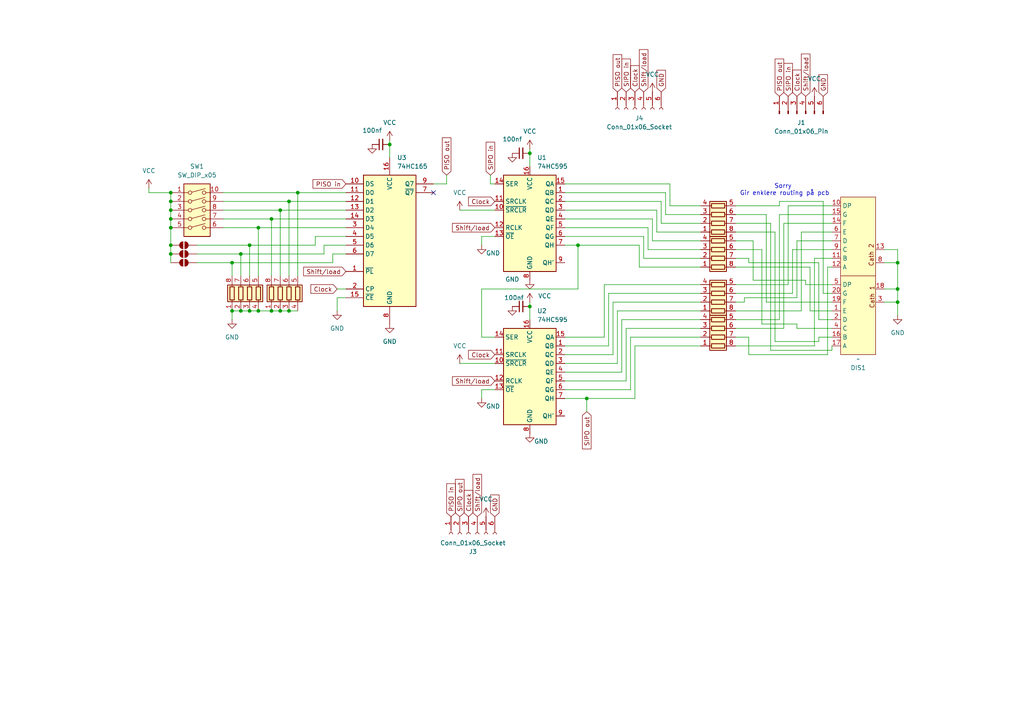
<source format=kicad_sch>
(kicad_sch (version 20250114) (generator "eeschema") (generator_version "9.0")
  (paper "A4")
  (lib_symbols
    (symbol "74xx:74HC165"
      (property "Reference" "U" (at -7.62 19.05 0))
      (property "Value" "74HC165" (at -7.62 -21.59 0))
      (symbol "74HC165_1_0"
        (pin input line (at -12.7 15.24 0) (length 5.08) (name "DS") (number "10"))
        (pin input line (at -12.7 12.7 0) (length 5.08) (name "D0") (number "11"))
        (pin input line (at -12.7 10.16 0) (length 5.08) (name "D1") (number "12"))
        (pin input line (at -12.7 7.62 0) (length 5.08) (name "D2") (number "13"))
        (pin input line (at -12.7 5.08 0) (length 5.08) (name "D3") (number "14"))
        (pin input line (at -12.7 2.54 0) (length 5.08) (name "D4") (number "3"))
        (pin input line (at -12.7 0 0) (length 5.08) (name "D5") (number "4"))
        (pin input line (at -12.7 -2.54 0) (length 5.08) (name "D6") (number "5"))
        (pin input line (at -12.7 -5.08 0) (length 5.08) (name "D7") (number "6"))
        (pin input line (at -12.7 -10.16 0) (length 5.08) (name "~{PL}") (number "1"))
        (pin input line (at -12.7 -15.24 0) (length 5.08) (name "CP") (number "2"))
        (pin input line (at -12.7 -17.78 0) (length 5.08) (name "~{CE}") (number "15"))
        (pin power_in line (at 0 22.86 270) (length 5.08) (name "VCC") (number "16"))
        (pin power_in line (at 0 -25.4 90) (length 5.08) (name "GND") (number "8"))
        (pin output line (at 12.7 15.24 180) (length 5.08) (name "Q7") (number "9"))
        (pin output line (at 12.7 12.7 180) (length 5.08) (name "~{Q7}") (number "7"))
      )
      (symbol "74HC165_1_1"
        (rectangle (start -7.62 17.78) (end 7.62 -20.32) (stroke (width 0.254)) (fill (type background)))
      )
    )
    (symbol "74xx:74HC595"
      (property "Reference" "U" (at -7.62 13.97 0))
      (property "Value" "74HC595" (at -7.62 -16.51 0))
      (symbol "74HC595_1_0"
        (pin input line (at -10.16 10.16 0) (length 2.54) (name "SER") (number "14"))
        (pin input line (at -10.16 5.08 0) (length 2.54) (name "SRCLK") (number "11"))
        (pin input line (at -10.16 2.54 0) (length 2.54) (name "~{SRCLR}") (number "10"))
        (pin input line (at -10.16 -2.54 0) (length 2.54) (name "RCLK") (number "12"))
        (pin input line (at -10.16 -5.08 0) (length 2.54) (name "~{OE}") (number "13"))
        (pin power_in line (at 0 15.24 270) (length 2.54) (name "VCC") (number "16"))
        (pin power_in line (at 0 -17.78 90) (length 2.54) (name "GND") (number "8"))
        (pin tri_state line (at 10.16 10.16 180) (length 2.54) (name "QA") (number "15"))
        (pin tri_state line (at 10.16 7.62 180) (length 2.54) (name "QB") (number "1"))
        (pin tri_state line (at 10.16 5.08 180) (length 2.54) (name "QC") (number "2"))
        (pin tri_state line (at 10.16 2.54 180) (length 2.54) (name "QD") (number "3"))
        (pin tri_state line (at 10.16 0 180) (length 2.54) (name "QE") (number "4"))
        (pin tri_state line (at 10.16 -2.54 180) (length 2.54) (name "QF") (number "5"))
        (pin tri_state line (at 10.16 -5.08 180) (length 2.54) (name "QG") (number "6"))
        (pin tri_state line (at 10.16 -7.62 180) (length 2.54) (name "QH") (number "7"))
        (pin output line (at 10.16 -12.7 180) (length 2.54) (name "QH'") (number "9"))
      )
      (symbol "74HC595_1_1"
        (rectangle (start -7.62 12.7) (end 7.62 -15.24) (stroke (width 0.254)) (fill (type background)))
      )
    )
    (symbol "Connector:Conn_01x06_Pin" (pin_names (offset 1.016) (hide yes))
      (property "Reference" "J" (at 0 7.62 0))
      (property "Value" "Conn_01x06_Pin" (at 0 -10.16 0))
      (symbol "Conn_01x06_Pin_1_1"
        (rectangle (start 0.8636 5.207) (end 0 4.953) (stroke (width 0.1524)) (fill (type outline)))
        (rectangle (start 0.8636 2.667) (end 0 2.413) (stroke (width 0.1524)) (fill (type outline)))
        (rectangle (start 0.8636 0.127) (end 0 -0.127) (stroke (width 0.1524)) (fill (type outline)))
        (rectangle (start 0.8636 -2.413) (end 0 -2.667) (stroke (width 0.1524)) (fill (type outline)))
        (rectangle (start 0.8636 -4.953) (end 0 -5.207) (stroke (width 0.1524)) (fill (type outline)))
        (rectangle (start 0.8636 -7.493) (end 0 -7.747) (stroke (width 0.1524)) (fill (type outline)))
        (polyline (pts (xy 1.27 5.08) (xy 0.8636 5.08)) (stroke (width 0.1524)))
        (polyline (pts (xy 1.27 2.54) (xy 0.8636 2.54)) (stroke (width 0.1524)))
        (polyline (pts (xy 1.27 0) (xy 0.8636 0)) (stroke (width 0.1524)))
        (polyline (pts (xy 1.27 -2.54) (xy 0.8636 -2.54)) (stroke (width 0.1524)))
        (polyline (pts (xy 1.27 -5.08) (xy 0.8636 -5.08)) (stroke (width 0.1524)))
        (polyline (pts (xy 1.27 -7.62) (xy 0.8636 -7.62)) (stroke (width 0.1524)))
        (pin passive line (at 5.08 5.08 180) (length 3.81) (name "Pin_1") (number "1"))
        (pin passive line (at 5.08 2.54 180) (length 3.81) (name "Pin_2") (number "2"))
        (pin passive line (at 5.08 0 180) (length 3.81) (name "Pin_3") (number "3"))
        (pin passive line (at 5.08 -2.54 180) (length 3.81) (name "Pin_4") (number "4"))
        (pin passive line (at 5.08 -5.08 180) (length 3.81) (name "Pin_5") (number "5"))
        (pin passive line (at 5.08 -7.62 180) (length 3.81) (name "Pin_6") (number "6"))
      )
    )
    (symbol "Connector:Conn_01x06_Socket" (pin_names (offset 1.016) (hide yes))
      (property "Reference" "J" (at 0 7.62 0))
      (property "Value" "Conn_01x06_Socket" (at 0 -10.16 0))
      (symbol "Conn_01x06_Socket_1_1"
        (polyline (pts (xy -1.27 5.08) (xy -0.508 5.08)) (stroke (width 0.1524)))
        (polyline (pts (xy -1.27 2.54) (xy -0.508 2.54)) (stroke (width 0.1524)))
        (polyline (pts (xy -1.27 0) (xy -0.508 0)) (stroke (width 0.1524)))
        (polyline (pts (xy -1.27 -2.54) (xy -0.508 -2.54)) (stroke (width 0.1524)))
        (polyline (pts (xy -1.27 -5.08) (xy -0.508 -5.08)) (stroke (width 0.1524)))
        (polyline (pts (xy -1.27 -7.62) (xy -0.508 -7.62)) (stroke (width 0.1524)))
        (arc (start 0 4.572) (mid -0.5058 5.08) (end 0 5.588) (stroke (width 0.1524)))
        (arc (start 0 2.032) (mid -0.5058 2.54) (end 0 3.048) (stroke (width 0.1524)))
        (arc (start 0 -0.508) (mid -0.5058 0) (end 0 0.508) (stroke (width 0.1524)))
        (arc (start 0 -3.048) (mid -0.5058 -2.54) (end 0 -2.032) (stroke (width 0.1524)))
        (arc (start 0 -5.588) (mid -0.5058 -5.08) (end 0 -4.572) (stroke (width 0.1524)))
        (arc (start 0 -8.128) (mid -0.5058 -7.62) (end 0 -7.112) (stroke (width 0.1524)))
        (pin passive line (at -5.08 5.08 0) (length 3.81) (name "Pin_1") (number "1"))
        (pin passive line (at -5.08 2.54 0) (length 3.81) (name "Pin_2") (number "2"))
        (pin passive line (at -5.08 0 0) (length 3.81) (name "Pin_3") (number "3"))
        (pin passive line (at -5.08 -2.54 0) (length 3.81) (name "Pin_4") (number "4"))
        (pin passive line (at -5.08 -5.08 0) (length 3.81) (name "Pin_5") (number "5"))
        (pin passive line (at -5.08 -7.62 0) (length 3.81) (name "Pin_6") (number "6"))
      )
    )
    (symbol "Device:C_Small" (pin_numbers (hide yes)) (pin_names (offset 0.254) (hide yes))
      (property "Reference" "C" (at 0.254 1.778 0))
      (property "Value" "C_Small" (at 0.254 -2.032 0))
      (symbol "C_Small_0_1"
        (polyline (pts (xy -1.524 0.508) (xy 1.524 0.508)) (stroke (width 0.3048)))
        (polyline (pts (xy -1.524 -0.508) (xy 1.524 -0.508)) (stroke (width 0.3302)))
      )
      (symbol "C_Small_1_1"
        (pin passive line (at 0 2.54 270) (length 2.032) (name "~") (number "1"))
        (pin passive line (at 0 -2.54 90) (length 2.032) (name "~") (number "2"))
      )
    )
    (symbol "Device:R_Pack04" (pin_names (offset 0) (hide yes))
      (property "Reference" "RN" (at -7.62 0 90))
      (property "Value" "R_Pack04" (at 5.08 0 90))
      (symbol "R_Pack04_0_1"
        (rectangle (start -6.35 -2.413) (end 3.81 2.413) (stroke (width 0.254)) (fill (type background)))
        (rectangle (start -5.715 1.905) (end -4.445 -1.905) (stroke (width 0.254)))
        (polyline (pts (xy -5.08 1.905) (xy -5.08 2.54)))
        (polyline (pts (xy -5.08 -2.54) (xy -5.08 -1.905)))
        (rectangle (start -3.175 1.905) (end -1.905 -1.905) (stroke (width 0.254)))
        (polyline (pts (xy -2.54 1.905) (xy -2.54 2.54)))
        (polyline (pts (xy -2.54 -2.54) (xy -2.54 -1.905)))
        (rectangle (start -0.635 1.905) (end 0.635 -1.905) (stroke (width 0.254)))
        (polyline (pts (xy 0 1.905) (xy 0 2.54)))
        (polyline (pts (xy 0 -2.54) (xy 0 -1.905)))
        (rectangle (start 1.905 1.905) (end 3.175 -1.905) (stroke (width 0.254)))
        (polyline (pts (xy 2.54 1.905) (xy 2.54 2.54)))
        (polyline (pts (xy 2.54 -2.54) (xy 2.54 -1.905)))
      )
      (symbol "R_Pack04_1_1"
        (pin passive line (at -5.08 5.08 270) (length 2.54) (name "R1.2") (number "8"))
        (pin passive line (at -5.08 -5.08 90) (length 2.54) (name "R1.1") (number "1"))
        (pin passive line (at -2.54 5.08 270) (length 2.54) (name "R2.2") (number "7"))
        (pin passive line (at -2.54 -5.08 90) (length 2.54) (name "R2.1") (number "2"))
        (pin passive line (at 0 5.08 270) (length 2.54) (name "R3.2") (number "6"))
        (pin passive line (at 0 -5.08 90) (length 2.54) (name "R3.1") (number "3"))
        (pin passive line (at 2.54 5.08 270) (length 2.54) (name "R4.2") (number "5"))
        (pin passive line (at 2.54 -5.08 90) (length 2.54) (name "R4.1") (number "4"))
      )
    )
    (symbol "Jumper:SolderJumper_2_Open" (pin_numbers (hide yes)) (pin_names (offset 0) (hide yes)) (in_bom no)
      (property "Reference" "JP" (at 0 2.032 0))
      (property "Value" "SolderJumper_2_Open" (at 0 -2.54 0))
      (symbol "SolderJumper_2_Open_0_1"
        (polyline (pts (xy -0.254 1.016) (xy -0.254 -1.016)))
        (arc (start -0.254 -1.016) (mid -1.2656 0) (end -0.254 1.016))
        (arc (start -0.254 -1.016) (mid -1.2656 0) (end -0.254 1.016) (fill (type outline)))
        (arc (start 0.254 1.016) (mid 1.2656 0) (end 0.254 -1.016))
        (arc (start 0.254 1.016) (mid 1.2656 0) (end 0.254 -1.016) (fill (type outline)))
        (polyline (pts (xy 0.254 1.016) (xy 0.254 -1.016)))
      )
      (symbol "SolderJumper_2_Open_1_1"
        (pin passive line (at -3.81 0 0) (length 2.54) (name "A") (number "1"))
        (pin passive line (at 3.81 0 180) (length 2.54) (name "B") (number "2"))
      )
    )
    (symbol "Switch:SW_DIP_x05" (pin_names (offset 0) (hide yes))
      (property "Reference" "SW" (at 0 8.89 0))
      (property "Value" "SW_DIP_x05" (at 0 -8.89 0))
      (symbol "SW_DIP_x05_0_0"
        (circle (center -2.032 5.08) (radius 0.508))
        (circle (center -2.032 2.54) (radius 0.508))
        (circle (center -2.032 0) (radius 0.508))
        (circle (center -2.032 -2.54) (radius 0.508))
        (circle (center -2.032 -5.08) (radius 0.508))
        (polyline (pts (xy -1.524 5.207) (xy 2.3622 6.2484)))
        (polyline (pts (xy -1.524 2.667) (xy 2.3622 3.7084)))
        (polyline (pts (xy -1.524 0.127) (xy 2.3622 1.1684)))
        (polyline (pts (xy -1.524 -2.3876) (xy 2.3622 -1.3462)))
        (polyline (pts (xy -1.524 -4.9276) (xy 2.3622 -3.8862)))
        (circle (center 2.032 5.08) (radius 0.508))
        (circle (center 2.032 2.54) (radius 0.508))
        (circle (center 2.032 0) (radius 0.508))
        (circle (center 2.032 -2.54) (radius 0.508))
        (circle (center 2.032 -5.08) (radius 0.508))
      )
      (symbol "SW_DIP_x05_0_1"
        (rectangle (start -3.81 7.62) (end 3.81 -7.62) (stroke (width 0.254)) (fill (type background)))
      )
      (symbol "SW_DIP_x05_1_1"
        (pin passive line (at -7.62 5.08 0) (length 5.08) (name "~") (number "1"))
        (pin passive line (at -7.62 2.54 0) (length 5.08) (name "~") (number "2"))
        (pin passive line (at -7.62 0 0) (length 5.08) (name "~") (number "3"))
        (pin passive line (at -7.62 -2.54 0) (length 5.08) (name "~") (number "4"))
        (pin passive line (at -7.62 -5.08 0) (length 5.08) (name "~") (number "5"))
        (pin passive line (at 7.62 5.08 180) (length 5.08) (name "~") (number "10"))
        (pin passive line (at 7.62 2.54 180) (length 5.08) (name "~") (number "9"))
        (pin passive line (at 7.62 0 180) (length 5.08) (name "~") (number "8"))
        (pin passive line (at 7.62 -2.54 180) (length 5.08) (name "~") (number "7"))
        (pin passive line (at 7.62 -5.08 180) (length 5.08) (name "~") (number "6"))
      )
    )
    (symbol "power:GND" (power) (pin_numbers (hide yes)) (pin_names (offset 0) (hide yes))
      (property "Value" "GND" (at 0 -3.81 0))
      (symbol "GND_0_1"
        (polyline (pts (xy 0 0) (xy 0 -1.27) (xy 1.27 -1.27) (xy 0 -2.54) (xy -1.27 -1.27) (xy 0 -1.27)))
      )
      (symbol "GND_1_1"
        (pin power_in line (at 0 0 270) (length 0) (name "~") (number "1"))
      )
    )
    (symbol "power:VCC" (power) (pin_numbers (hide yes)) (pin_names (offset 0) (hide yes))
      (property "Value" "VCC" (at 0 3.556 0))
      (symbol "VCC_0_1"
        (polyline (pts (xy -0.762 1.27) (xy 0 2.54)))
        (polyline (pts (xy 0 2.54) (xy 0.762 1.27)))
        (polyline (pts (xy 0 0) (xy 0 2.54)))
      )
      (symbol "VCC_1_1"
        (pin power_in line (at 0 0 90) (length 0) (name "~") (number "1"))
      )
    )
    (symbol "timeZoneClock:Double_7-seg_CC"
      (property "Reference" "DIS" (at -17.78 1.016 0))
      (symbol "Double_7-seg_CC_1_1"
        (rectangle (start -40.64 0) (end 5.08 -10.16) (fill (type background)))
        (polyline (pts (xy -17.78 -10.16) (xy -17.78 0)))
        (text "Cath 1" (at -23.876 -1.016 0) (effects (font (size 1.27 1.27))))
        (text "Cath 2\n" (at -11.684 -1.27 0) (effects (font (size 1.27 1.27))))
        (pin input line (at -38.1 -12.7 90) (length 2.54) (name "A") (number "17"))
        (pin input line (at -35.56 -12.7 90) (length 2.54) (name "B") (number "16"))
        (pin input line (at -33.02 -12.7 90) (length 2.54) (name "C") (number "4"))
        (pin input line (at -30.48 -12.7 90) (length 2.54) (name "D") (number "2"))
        (pin input line (at -27.94 -12.7 90) (length 2.54) (name "E") (number "1"))
        (pin input line (at -25.4 2.54 270) (length 2.54) (name "") (number "3"))
        (pin input line (at -25.4 -12.7 90) (length 2.54) (name "F") (number "19"))
        (pin input line (at -22.86 -12.7 90) (length 2.54) (name "G") (number "20"))
        (pin input line (at -21.59 2.54 270) (length 2.54) (name "") (number "18"))
        (pin input line (at -20.32 -12.7 90) (length 2.54) (name "DP") (number "5"))
        (pin input line (at -15.24 -12.7 90) (length 2.54) (name "A") (number "12"))
        (pin input line (at -13.97 2.54 270) (length 2.54) (name "") (number "8"))
        (pin input line (at -12.7 -12.7 90) (length 2.54) (name "B") (number "11"))
        (pin input line (at -10.16 2.54 270) (length 2.54) (name "") (number "13"))
        (pin input line (at -10.16 -12.7 90) (length 2.54) (name "C") (number "9"))
        (pin input line (at -7.62 -12.7 90) (length 2.54) (name "D") (number "7"))
        (pin input line (at -5.08 -12.7 90) (length 2.54) (name "E") (number "6"))
        (pin input line (at -2.54 -12.7 90) (length 2.54) (name "F") (number "14"))
        (pin input line (at 0 -12.7 90) (length 2.54) (name "G") (number "15"))
        (pin input line (at 2.54 -12.7 90) (length 2.54) (name "DP") (number "10"))
      )
    )
  )
  (text "Sorry \nGir enklere routing på pcb" (at 227.584 55.118 0) (effects (font (size 1.27 1.27))))
  (junction (at 153.67 44.45))
  (junction (at 67.31 90.17))
  (junction (at 69.85 73.66))
  (junction (at 69.85 90.17))
  (junction (at 170.18 115.57))
  (junction (at 74.93 90.17))
  (junction (at 86.36 55.88))
  (junction (at 83.82 90.17))
  (junction (at 113.03 41.91))
  (junction (at 49.53 73.66))
  (junction (at 260.35 87.63))
  (junction (at 78.74 63.5))
  (junction (at 49.53 63.5))
  (junction (at 78.74 90.17))
  (junction (at 49.53 66.04))
  (junction (at 49.53 71.12))
  (junction (at 49.53 55.88))
  (junction (at 49.53 60.96))
  (junction (at 260.35 83.82))
  (junction (at 83.82 58.42))
  (junction (at 74.93 66.04))
  (junction (at 260.35 76.2))
  (junction (at 72.39 90.17))
  (junction (at 67.31 76.2))
  (junction (at 167.64 71.12))
  (junction (at 72.39 71.12))
  (junction (at 49.53 58.42))
  (junction (at 81.28 90.17))
  (junction (at 81.28 60.96))
  (junction (at 153.67 88.9))
  (no_connect (at 125.73 55.88))
  (wire (pts (xy 72.39 71.12) (xy 72.39 80.01)))
  (wire (pts (xy 139.7 113.03) (xy 143.51 113.03)))
  (wire (pts (xy 175.26 97.79) (xy 175.26 82.55)))
  (wire (pts (xy 43.18 55.88) (xy 49.53 55.88)))
  (wire (pts (xy 186.69 74.93) (xy 203.2 74.93)))
  (wire (pts (xy 231.14 93.98) (xy 220.98 93.98)))
  (wire (pts (xy 189.23 63.5) (xy 189.23 69.85)))
  (wire (pts (xy 241.3 92.71) (xy 237.49 92.71)))
  (wire (pts (xy 260.35 83.82) (xy 256.54 83.82)))
  (wire (pts (xy 81.28 90.17) (xy 83.82 90.17)))
  (wire (pts (xy 213.36 90.17) (xy 232.41 90.17)))
  (wire (pts (xy 142.24 53.34) (xy 143.51 53.34)))
  (wire (pts (xy 163.83 60.96) (xy 190.5 60.96)))
  (wire (pts (xy 181.61 110.49) (xy 181.61 95.25)))
  (wire (pts (xy 260.35 83.82) (xy 260.35 87.63)))
  (wire (pts (xy 49.53 63.5) (xy 49.53 66.04)))
  (wire (pts (xy 215.9 86.36) (xy 215.9 87.63)))
  (wire (pts (xy 228.6 59.69) (xy 241.3 59.69)))
  (wire (pts (xy 72.39 71.12) (xy 91.44 71.12)))
  (wire (pts (xy 236.22 74.93) (xy 236.22 100.33)))
  (wire (pts (xy 217.17 74.93) (xy 213.36 74.93)))
  (wire (pts (xy 241.3 62.23) (xy 226.06 62.23)))
  (wire (pts (xy 153.67 88.9) (xy 153.67 92.71)))
  (wire (pts (xy 67.31 76.2) (xy 96.52 76.2)))
  (wire (pts (xy 213.36 62.23) (xy 222.25 62.23)))
  (wire (pts (xy 193.04 55.88) (xy 193.04 62.23)))
  (wire (pts (xy 231.14 93.98) (xy 231.14 95.25)))
  (wire (pts (xy 222.25 62.23) (xy 222.25 87.63)))
  (wire (pts (xy 218.44 69.85) (xy 213.36 69.85)))
  (wire (pts (xy 163.83 97.79) (xy 175.26 97.79)))
  (wire (pts (xy 78.74 63.5) (xy 78.74 80.01)))
  (wire (pts (xy 74.93 66.04) (xy 100.33 66.04)))
  (wire (pts (xy 49.53 60.96) (xy 49.53 63.5)))
  (wire (pts (xy 163.83 68.58) (xy 186.69 68.58)))
  (wire (pts (xy 237.49 92.71) (xy 237.49 76.2)))
  (wire (pts (xy 218.44 81.28) (xy 218.44 69.85)))
  (wire (pts (xy 213.36 85.09) (xy 229.87 85.09)))
  (wire (pts (xy 260.35 76.2) (xy 260.35 83.82)))
  (wire (pts (xy 49.53 73.66) (xy 49.53 76.2)))
  (wire (pts (xy 231.14 95.25) (xy 241.3 95.25)))
  (wire (pts (xy 163.83 107.95) (xy 180.34 107.95)))
  (wire (pts (xy 133.35 105.41) (xy 143.51 105.41)))
  (wire (pts (xy 163.83 105.41) (xy 179.07 105.41)))
  (wire (pts (xy 227.33 64.77) (xy 227.33 95.25)))
  (wire (pts (xy 213.36 100.33) (xy 236.22 100.33)))
  (wire (pts (xy 139.7 115.57) (xy 139.7 113.03)))
  (wire (pts (xy 170.18 115.57) (xy 184.15 115.57)))
  (wire (pts (xy 260.35 76.2) (xy 256.54 76.2)))
  (wire (pts (xy 97.79 86.36) (xy 100.33 86.36)))
  (wire (pts (xy 232.41 67.31) (xy 241.3 67.31)))
  (wire (pts (xy 260.35 72.39) (xy 260.35 76.2)))
  (wire (pts (xy 182.88 97.79) (xy 203.2 97.79)))
  (wire (pts (xy 129.54 53.34) (xy 129.54 50.8)))
  (wire (pts (xy 139.7 97.79) (xy 143.51 97.79)))
  (wire (pts (xy 91.44 71.12) (xy 91.44 68.58)))
  (wire (pts (xy 180.34 107.95) (xy 180.34 92.71)))
  (wire (pts (xy 64.77 58.42) (xy 83.82 58.42)))
  (wire (pts (xy 190.5 67.31) (xy 203.2 67.31)))
  (wire (pts (xy 213.36 95.25) (xy 227.33 95.25)))
  (wire (pts (xy 153.67 43.18) (xy 153.67 44.45)))
  (wire (pts (xy 78.74 63.5) (xy 100.33 63.5)))
  (wire (pts (xy 229.87 85.09) (xy 229.87 72.39)))
  (wire (pts (xy 49.53 66.04) (xy 49.53 71.12)))
  (wire (pts (xy 57.15 76.2) (xy 67.31 76.2)))
  (wire (pts (xy 213.36 82.55) (xy 228.6 82.55)))
  (wire (pts (xy 83.82 58.42) (xy 100.33 58.42)))
  (wire (pts (xy 57.15 73.66) (xy 69.85 73.66)))
  (wire (pts (xy 213.36 67.31) (xy 224.79 67.31)))
  (wire (pts (xy 185.42 71.12) (xy 167.64 71.12)))
  (wire (pts (xy 81.28 60.96) (xy 81.28 80.01)))
  (wire (pts (xy 81.28 60.96) (xy 100.33 60.96)))
  (wire (pts (xy 213.36 59.69) (xy 226.06 59.69)))
  (wire (pts (xy 163.83 66.04) (xy 187.96 66.04)))
  (wire (pts (xy 236.22 74.93) (xy 241.3 74.93)))
  (wire (pts (xy 163.83 110.49) (xy 181.61 110.49)))
  (wire (pts (xy 260.35 87.63) (xy 256.54 87.63)))
  (wire (pts (xy 224.79 67.31) (xy 224.79 99.06)))
  (wire (pts (xy 215.9 86.36) (xy 231.14 86.36)))
  (wire (pts (xy 86.36 55.88) (xy 100.33 55.88)))
  (wire (pts (xy 240.03 77.47) (xy 240.03 102.87)))
  (wire (pts (xy 167.64 83.82) (xy 139.7 83.82)))
  (wire (pts (xy 180.34 92.71) (xy 203.2 92.71)))
  (wire (pts (xy 139.7 71.12) (xy 139.7 68.58)))
  (wire (pts (xy 78.74 90.17) (xy 81.28 90.17)))
  (wire (pts (xy 67.31 76.2) (xy 67.31 80.01)))
  (wire (pts (xy 237.49 76.2) (xy 217.17 76.2)))
  (wire (pts (xy 237.49 97.79) (xy 237.49 99.06)))
  (wire (pts (xy 167.64 71.12) (xy 167.64 83.82)))
  (wire (pts (xy 91.44 68.58) (xy 100.33 68.58)))
  (wire (pts (xy 163.83 100.33) (xy 176.53 100.33)))
  (wire (pts (xy 96.52 73.66) (xy 100.33 73.66)))
  (wire (pts (xy 217.17 102.87) (xy 217.17 97.79)))
  (wire (pts (xy 232.41 90.17) (xy 232.41 67.31)))
  (wire (pts (xy 184.15 115.57) (xy 184.15 100.33)))
  (wire (pts (xy 74.93 66.04) (xy 74.93 80.01)))
  (wire (pts (xy 163.83 58.42) (xy 191.77 58.42)))
  (wire (pts (xy 176.53 100.33) (xy 176.53 85.09)))
  (wire (pts (xy 229.87 72.39) (xy 241.3 72.39)))
  (wire (pts (xy 217.17 97.79) (xy 213.36 97.79)))
  (wire (pts (xy 113.03 41.91) (xy 113.03 45.72)))
  (wire (pts (xy 223.52 64.77) (xy 223.52 101.6)))
  (wire (pts (xy 187.96 72.39) (xy 203.2 72.39)))
  (wire (pts (xy 97.79 83.82) (xy 100.33 83.82)))
  (wire (pts (xy 187.96 66.04) (xy 187.96 72.39)))
  (wire (pts (xy 163.83 115.57) (xy 170.18 115.57)))
  (wire (pts (xy 226.06 59.69) (xy 226.06 58.42)))
  (wire (pts (xy 241.3 101.6) (xy 241.3 100.33)))
  (wire (pts (xy 86.36 55.88) (xy 86.36 80.01)))
  (wire (pts (xy 177.8 87.63) (xy 203.2 87.63)))
  (wire (pts (xy 241.3 77.47) (xy 240.03 77.47)))
  (wire (pts (xy 260.35 72.39) (xy 256.54 72.39)))
  (wire (pts (xy 67.31 90.17) (xy 69.85 90.17)))
  (wire (pts (xy 215.9 87.63) (xy 213.36 87.63)))
  (wire (pts (xy 64.77 66.04) (xy 74.93 66.04)))
  (wire (pts (xy 74.93 90.17) (xy 78.74 90.17)))
  (wire (pts (xy 213.36 77.47) (xy 234.95 77.47)))
  (wire (pts (xy 83.82 90.17) (xy 86.36 90.17)))
  (wire (pts (xy 220.98 93.98) (xy 220.98 72.39)))
  (wire (pts (xy 93.98 73.66) (xy 93.98 71.12)))
  (wire (pts (xy 163.83 63.5) (xy 189.23 63.5)))
  (wire (pts (xy 49.53 71.12) (xy 49.53 73.66)))
  (wire (pts (xy 93.98 71.12) (xy 100.33 71.12)))
  (wire (pts (xy 191.77 58.42) (xy 191.77 64.77)))
  (wire (pts (xy 133.35 60.96) (xy 143.51 60.96)))
  (wire (pts (xy 226.06 58.42) (xy 238.76 58.42)))
  (wire (pts (xy 193.04 62.23) (xy 203.2 62.23)))
  (wire (pts (xy 233.68 81.28) (xy 218.44 81.28)))
  (wire (pts (xy 179.07 90.17) (xy 203.2 90.17)))
  (wire (pts (xy 153.67 44.45) (xy 153.67 48.26)))
  (wire (pts (xy 231.14 69.85) (xy 241.3 69.85)))
  (wire (pts (xy 49.53 58.42) (xy 49.53 60.96)))
  (wire (pts (xy 194.31 53.34) (xy 194.31 59.69)))
  (wire (pts (xy 72.39 90.17) (xy 74.93 90.17)))
  (wire (pts (xy 260.35 87.63) (xy 260.35 91.44)))
  (wire (pts (xy 213.36 64.77) (xy 223.52 64.77)))
  (wire (pts (xy 217.17 76.2) (xy 217.17 74.93)))
  (wire (pts (xy 69.85 90.17) (xy 72.39 90.17)))
  (wire (pts (xy 222.25 87.63) (xy 241.3 87.63)))
  (wire (pts (xy 191.77 64.77) (xy 203.2 64.77)))
  (wire (pts (xy 233.68 82.55) (xy 241.3 82.55)))
  (wire (pts (xy 64.77 63.5) (xy 78.74 63.5)))
  (wire (pts (xy 139.7 83.82) (xy 139.7 97.79)))
  (wire (pts (xy 224.79 99.06) (xy 237.49 99.06)))
  (wire (pts (xy 163.83 102.87) (xy 177.8 102.87)))
  (wire (pts (xy 203.2 77.47) (xy 185.42 77.47)))
  (wire (pts (xy 184.15 100.33) (xy 203.2 100.33)))
  (wire (pts (xy 163.83 55.88) (xy 193.04 55.88)))
  (wire (pts (xy 194.31 59.69) (xy 203.2 59.69)))
  (wire (pts (xy 233.68 82.55) (xy 233.68 81.28)))
  (wire (pts (xy 179.07 105.41) (xy 179.07 90.17)))
  (wire (pts (xy 64.77 55.88) (xy 86.36 55.88)))
  (wire (pts (xy 189.23 69.85) (xy 203.2 69.85)))
  (wire (pts (xy 181.61 95.25) (xy 203.2 95.25)))
  (wire (pts (xy 176.53 85.09) (xy 203.2 85.09)))
  (wire (pts (xy 185.42 77.47) (xy 185.42 71.12)))
  (wire (pts (xy 190.5 60.96) (xy 190.5 67.31)))
  (wire (pts (xy 213.36 92.71) (xy 226.06 92.71)))
  (wire (pts (xy 64.77 60.96) (xy 81.28 60.96)))
  (wire (pts (xy 83.82 58.42) (xy 83.82 80.01)))
  (wire (pts (xy 142.24 50.8) (xy 142.24 53.34)))
  (wire (pts (xy 240.03 102.87) (xy 217.17 102.87)))
  (wire (pts (xy 234.95 90.17) (xy 234.95 77.47)))
  (wire (pts (xy 238.76 85.09) (xy 241.3 85.09)))
  (wire (pts (xy 163.83 53.34) (xy 194.31 53.34)))
  (wire (pts (xy 182.88 113.03) (xy 182.88 97.79)))
  (wire (pts (xy 69.85 73.66) (xy 69.85 80.01)))
  (wire (pts (xy 226.06 62.23) (xy 226.06 92.71)))
  (wire (pts (xy 113.03 40.64) (xy 113.03 41.91)))
  (wire (pts (xy 228.6 82.55) (xy 228.6 59.69)))
  (wire (pts (xy 163.83 113.03) (xy 182.88 113.03)))
  (wire (pts (xy 241.3 97.79) (xy 237.49 97.79)))
  (wire (pts (xy 139.7 68.58) (xy 143.51 68.58)))
  (wire (pts (xy 49.53 55.88) (xy 49.53 58.42)))
  (wire (pts (xy 57.15 71.12) (xy 72.39 71.12)))
  (wire (pts (xy 238.76 58.42) (xy 238.76 85.09)))
  (wire (pts (xy 67.31 90.17) (xy 67.31 92.71)))
  (wire (pts (xy 163.83 71.12) (xy 167.64 71.12)))
  (wire (pts (xy 96.52 76.2) (xy 96.52 73.66)))
  (wire (pts (xy 231.14 86.36) (xy 231.14 69.85)))
  (wire (pts (xy 220.98 72.39) (xy 213.36 72.39)))
  (wire (pts (xy 234.95 90.17) (xy 241.3 90.17)))
  (wire (pts (xy 125.73 53.34) (xy 129.54 53.34)))
  (wire (pts (xy 227.33 64.77) (xy 241.3 64.77)))
  (wire (pts (xy 43.18 54.61) (xy 43.18 55.88)))
  (wire (pts (xy 177.8 102.87) (xy 177.8 87.63)))
  (wire (pts (xy 69.85 73.66) (xy 93.98 73.66)))
  (wire (pts (xy 223.52 101.6) (xy 241.3 101.6)))
  (wire (pts (xy 170.18 115.57) (xy 170.18 119.38)))
  (wire (pts (xy 175.26 82.55) (xy 203.2 82.55)))
  (wire (pts (xy 153.67 87.63) (xy 153.67 88.9)))
  (wire (pts (xy 186.69 68.58) (xy 186.69 74.93)))
  (wire (pts (xy 97.79 90.17) (xy 97.79 86.36)))
  (global_label "Clock" (shape input) (at 143.51 102.87 180) (property "Intersheetrefs" "${INTERSHEET_REFS}" (effects (hide yes))))
  (global_label "PISO out" (shape input) (at 129.54 50.8 90) (property "Intersheetrefs" "${INTERSHEET_REFS}" (effects (hide yes))))
  (global_label "SIPO in" (shape input) (at 142.24 50.8 90) (property "Intersheetrefs" "${INTERSHEET_REFS}" (effects (hide yes))))
  (global_label "GND" (shape input) (at 191.77 26.67 90) (property "Intersheetrefs" "${INTERSHEET_REFS}" (effects (hide yes))))
  (global_label "PISO out" (shape input) (at 179.07 26.67 90) (property "Intersheetrefs" "${INTERSHEET_REFS}" (effects (hide yes))))
  (global_label "SIPO in" (shape input) (at 228.6 27.94 90) (property "Intersheetrefs" "${INTERSHEET_REFS}" (effects (hide yes))))
  (global_label "Shift{slash}load" (shape input) (at 186.69 26.67 90) (property "Intersheetrefs" "${INTERSHEET_REFS}" (effects (hide yes))))
  (global_label "Shift{slash}load" (shape input) (at 143.51 66.04 180) (property "Intersheetrefs" "${INTERSHEET_REFS}" (effects (hide yes))))
  (global_label "PISO in" (shape input) (at 130.81 149.86 90) (property "Intersheetrefs" "${INTERSHEET_REFS}" (effects (hide yes))))
  (global_label "GND" (shape input) (at 143.51 149.86 90) (property "Intersheetrefs" "${INTERSHEET_REFS}" (effects (hide yes))))
  (global_label "Clock" (shape input) (at 231.14 27.94 90) (property "Intersheetrefs" "${INTERSHEET_REFS}" (effects (hide yes))))
  (global_label "SIPO out" (shape input) (at 133.35 149.86 90) (property "Intersheetrefs" "${INTERSHEET_REFS}" (effects (hide yes))))
  (global_label "Clock" (shape input) (at 97.79 83.82 180) (property "Intersheetrefs" "${INTERSHEET_REFS}" (effects (hide yes))))
  (global_label "SIPO in" (shape input) (at 181.61 26.67 90) (property "Intersheetrefs" "${INTERSHEET_REFS}" (effects (hide yes))))
  (global_label "Shift{slash}load" (shape input) (at 233.68 27.94 90) (property "Intersheetrefs" "${INTERSHEET_REFS}" (effects (hide yes))))
  (global_label "Shift{slash}load" (shape input) (at 138.43 149.86 90) (property "Intersheetrefs" "${INTERSHEET_REFS}" (effects (hide yes))))
  (global_label "Clock" (shape input) (at 184.15 26.67 90) (property "Intersheetrefs" "${INTERSHEET_REFS}" (effects (hide yes))))
  (global_label "Clock" (shape input) (at 143.51 58.42 180) (property "Intersheetrefs" "${INTERSHEET_REFS}" (effects (hide yes))))
  (global_label "Shift{slash}load" (shape input) (at 143.51 110.49 180) (property "Intersheetrefs" "${INTERSHEET_REFS}" (effects (hide yes))))
  (global_label "PISO in" (shape input) (at 100.33 53.34 180) (property "Intersheetrefs" "${INTERSHEET_REFS}" (effects (hide yes))))
  (global_label "Clock" (shape input) (at 135.89 149.86 90) (property "Intersheetrefs" "${INTERSHEET_REFS}" (effects (hide yes))))
  (global_label "GND" (shape input) (at 238.76 27.94 90) (property "Intersheetrefs" "${INTERSHEET_REFS}" (effects (hide yes))))
  (global_label "SIPO out" (shape input) (at 170.18 119.38 270) (property "Intersheetrefs" "${INTERSHEET_REFS}" (effects (hide yes))))
  (global_label "PISO out" (shape input) (at 226.06 27.94 90) (property "Intersheetrefs" "${INTERSHEET_REFS}" (effects (hide yes))))
  (global_label "Shift{slash}load" (shape input) (at 100.33 78.74 180) (property "Intersheetrefs" "${INTERSHEET_REFS}" (effects (hide yes))))
  (symbol (lib_id "Device:R_Pack04") (at 83.82 85.09 0) (unit 1)
    (property "Reference" "RN2" (effects (hide yes)))
    (property "Value" "R_Pack04" (effects (hide yes)))
    (property "Footprint" "Resistor_SMD:R_Array_Concave_4x0603" (effects (hide yes)))
    (property "Description" "4 resistor network, parallel topology" (effects (hide yes)))
  )
  (symbol (lib_id "Device:R_Pack04") (at 208.28 62.23 270) (mirror x) (unit 1)
    (property "Reference" "RN3" (effects (hide yes)))
    (property "Value" "R_Pack04" (effects (hide yes)))
    (property "Footprint" "Resistor_SMD:R_Array_Concave_4x0603" (effects (hide yes)))
    (property "Description" "4 resistor network, parallel topology" (effects (hide yes)))
  )
  (symbol (lib_id "Device:R_Pack04") (at 208.28 72.39 270) (mirror x) (unit 1)
    (property "Reference" "RN6" (effects (hide yes)))
    (property "Value" "R_Pack04" (effects (hide yes)))
    (property "Footprint" "Resistor_SMD:R_Array_Concave_4x0603" (effects (hide yes)))
    (property "Description" "4 resistor network, parallel topology" (effects (hide yes)))
  )
  (symbol (lib_id "timeZoneClock:Double_7-seg_CC") (at 254 62.23 270) (mirror x) (unit 1)
    (property "Reference" "DIS1" (at 248.9228 106.68 90))
    (property "Value" "~" (at 248.9228 104.14 90))
    (property "Footprint" "timezoneClock:double digit 7 seg" (effects (hide yes)))
  )
  (symbol (lib_id "Device:R_Pack04") (at 208.28 95.25 270) (mirror x) (unit 1)
    (property "Reference" "RN4" (effects (hide yes)))
    (property "Value" "R_Pack04" (effects (hide yes)))
    (property "Footprint" "Resistor_SMD:R_Array_Concave_4x0603" (effects (hide yes)))
    (property "Description" "4 resistor network, parallel topology" (effects (hide yes)))
  )
  (symbol (lib_id "power:GND") (at 67.31 92.71 0) (unit 1)
    (property "Reference" "#PWR01" (effects (hide yes)))
    (property "Value" "GND" (at 67.31 97.79 0))
    (property "Description" "Power symbol creates a global label with name \"GND\" , ground" (effects (hide yes)))
  )
  (symbol (lib_id "power:GND") (at 148.59 88.9 0) (unit 1)
    (property "Reference" "#PWR016" (effects (hide yes)))
    (property "Value" "GND" (effects (hide yes)))
    (property "Description" "Power symbol creates a global label with name \"GND\" , ground" (effects (hide yes)))
  )
  (symbol (lib_id "74xx:74HC595") (at 153.67 63.5 0) (unit 1)
    (property "Reference" "U1" (at 155.8133 45.72 0) (effects (justify left)))
    (property "Value" "74HC595" (at 155.8133 48.26 0) (effects (justify left)))
    (property "Footprint" "Package_SO:SOIC-16_3.9x9.9mm_P1.27mm" (effects (hide yes)))
    (property "Datasheet" "http://www.ti.com/lit/ds/symlink/sn74hc595.pdf" (effects (hide yes)))
    (property "Description" "8-bit serial in/out Shift Register 3-State Outputs" (effects (hide yes)))
  )
  (symbol (lib_id "power:GND") (at 153.67 81.28 0) (unit 1)
    (property "Reference" "#PWR04" (effects (hide yes)))
    (property "Value" "GND" (at 148.59 81.026 0))
    (property "Description" "Power symbol creates a global label with name \"GND\" , ground" (effects (hide yes)))
  )
  (symbol (lib_id "power:VCC") (at 153.67 43.18 0) (unit 1)
    (property "Reference" "#PWR08" (effects (hide yes)))
    (property "Value" "VCC" (at 153.67 38.1 0))
    (property "Description" "Power symbol creates a global label with name \"VCC\"" (effects (hide yes)))
  )
  (symbol (lib_id "power:VCC") (at 140.97 149.86 0) (unit 1)
    (property "Reference" "#PWR021" (effects (hide yes)))
    (property "Value" "VCC" (at 140.97 144.78 0))
    (property "Description" "Power symbol creates a global label with name \"VCC\"" (effects (hide yes)))
  )
  (symbol (lib_id "power:GND") (at 139.7 71.12 0) (unit 1)
    (property "Reference" "#PWR014" (effects (hide yes)))
    (property "Value" "GND" (at 143.002 73.406 0))
    (property "Description" "Power symbol creates a global label with name \"GND\" , ground" (effects (hide yes)))
  )
  (symbol (lib_id "power:VCC") (at 236.22 27.94 0) (unit 1)
    (property "Reference" "#PWR020" (effects (hide yes)))
    (property "Value" "VCC" (at 236.22 22.86 0))
    (property "Description" "Power symbol creates a global label with name \"VCC\"" (effects (hide yes)))
  )
  (symbol (lib_id "power:GND") (at 107.95 41.91 0) (unit 1)
    (property "Reference" "#PWR017" (effects (hide yes)))
    (property "Value" "GND" (effects (hide yes)))
    (property "Description" "Power symbol creates a global label with name \"GND\" , ground" (effects (hide yes)))
  )
  (symbol (lib_id "74xx:74HC595") (at 153.67 107.95 0) (unit 1)
    (property "Reference" "U2" (at 155.8133 90.17 0) (effects (justify left)))
    (property "Value" "74HC595" (at 155.8133 92.71 0) (effects (justify left)))
    (property "Footprint" "Package_SO:SOIC-16_3.9x9.9mm_P1.27mm" (effects (hide yes)))
    (property "Datasheet" "http://www.ti.com/lit/ds/symlink/sn74hc595.pdf" (effects (hide yes)))
    (property "Description" "8-bit serial in/out Shift Register 3-State Outputs" (effects (hide yes)))
  )
  (symbol (lib_id "Switch:SW_DIP_x05") (at 57.15 60.96 0) (unit 1)
    (property "Reference" "SW1" (at 57.15 48.26 0))
    (property "Value" "SW_DIP_x05" (at 57.15 50.8 0))
    (property "Footprint" "Button_Switch_SMD:SW_DIP_SPSTx05_Slide_6.7x14.26mm_W8.61mm_P2.54mm_LowProfile" (effects (hide yes)))
    (property "Description" "5x DIP Switch, Single Pole Single Throw (SPST) switch, small symbol" (effects (hide yes)))
  )
  (symbol (lib_id "Connector:Conn_01x06_Socket") (at 135.89 154.94 90) (mirror x) (unit 1)
    (property "Reference" "J3" (at 137.16 160.02 90))
    (property "Value" "Conn_01x06_Socket" (at 137.16 157.48 90))
    (property "Footprint" "timezoneClock:flatcable conn 6" (effects (hide yes)))
    (property "Description" "Generic connector, single row, 01x06, script generated" (effects (hide yes)))
  )
  (symbol (lib_id "power:VCC") (at 189.23 26.67 0) (unit 1)
    (property "Reference" "#PWR019" (effects (hide yes)))
    (property "Value" "VCC" (at 189.23 21.59 0))
    (property "Description" "Power symbol creates a global label with name \"VCC\"" (effects (hide yes)))
  )
  (symbol (lib_id "Device:R_Pack04") (at 208.28 85.09 270) (mirror x) (unit 1)
    (property "Reference" "RN5" (effects (hide yes)))
    (property "Value" "R_Pack04" (effects (hide yes)))
    (property "Footprint" "Resistor_SMD:R_Array_Concave_4x0603" (effects (hide yes)))
    (property "Description" "4 resistor network, parallel topology" (effects (hide yes)))
  )
  (symbol (lib_id "Connector:Conn_01x06_Socket") (at 184.15 31.75 90) (mirror x) (unit 1)
    (property "Reference" "J4" (at 185.42 34.29 90))
    (property "Value" "Conn_01x06_Socket" (at 185.42 36.83 90))
    (property "Footprint" "timezoneClock:flatcable conn 6" (effects (hide yes)))
    (property "Description" "Generic connector, single row, 01x06, script generated" (effects (hide yes)))
  )
  (symbol (lib_id "power:GND") (at 148.59 44.45 0) (unit 1)
    (property "Reference" "#PWR015" (effects (hide yes)))
    (property "Value" "GND" (effects (hide yes)))
    (property "Description" "Power symbol creates a global label with name \"GND\" , ground" (effects (hide yes)))
  )
  (symbol (lib_id "power:VCC") (at 153.67 87.63 0) (unit 1)
    (property "Reference" "#PWR09" (effects (hide yes)))
    (property "Value" "VCC" (at 157.988 85.852 0))
    (property "Description" "Power symbol creates a global label with name \"VCC\"" (effects (hide yes)))
  )
  (symbol (lib_id "74xx:74HC165") (at 113.03 68.58 0) (unit 1)
    (property "Reference" "U3" (at 115.1733 45.72 0) (effects (justify left)))
    (property "Value" "74HC165" (at 115.1733 48.26 0) (effects (justify left)))
    (property "Footprint" "Package_SO:SOIC-16_3.9x9.9mm_P1.27mm" (effects (hide yes)))
    (property "Datasheet" "https://assets.nexperia.com/documents/data-sheet/74HC_HCT165.pdf" (effects (hide yes)))
    (property "Description" "Shift Register, 8-bit, Parallel Load" (effects (hide yes)))
  )
  (symbol (lib_id "Jumper:SolderJumper_2_Open") (at 53.34 76.2 0) (unit 1) (in_bom no)
    (property "Reference" "JP3" (effects (hide yes)))
    (property "Value" "SolderJumper_2_Open" (effects (hide yes)))
    (property "Footprint" "Jumper:SolderJumper-2_P1.3mm_Open_TrianglePad1.0x1.5mm" (effects (hide yes)))
    (property "Description" "Solder Jumper, 2-pole, open" (effects (hide yes)))
  )
  (symbol (lib_id "Device:C_Small") (at 151.13 44.45 90) (unit 1)
    (property "Reference" "C1" (effects (hide yes)))
    (property "Value" "100nf" (at 148.59 40.386 90))
    (property "Footprint" "Capacitor_SMD:C_0603_1608Metric" (effects (hide yes)))
    (property "Description" "Unpolarized capacitor, small symbol" (effects (hide yes)))
  )
  (symbol (lib_id "Device:C_Small") (at 110.49 41.91 90) (unit 1)
    (property "Reference" "C3" (effects (hide yes)))
    (property "Value" "100nf" (at 107.95 37.846 90))
    (property "Footprint" "Capacitor_SMD:C_0603_1608Metric" (effects (hide yes)))
    (property "Description" "Unpolarized capacitor, small symbol" (effects (hide yes)))
  )
  (symbol (lib_id "Connector:Conn_01x06_Pin") (at 231.14 33.02 90) (unit 1)
    (property "Reference" "J1" (at 232.41 35.56 90))
    (property "Value" "Conn_01x06_Pin" (at 232.41 38.1 90))
    (property "Footprint" "Connector_PinHeader_2.54mm:PinHeader_1x06_P2.54mm_Horizontal" (effects (hide yes)))
    (property "Description" "Generic connector, single row, 01x06, script generated" (effects (hide yes)))
  )
  (symbol (lib_id "Device:C_Small") (at 151.13 88.9 90) (unit 1)
    (property "Reference" "C2" (effects (hide yes)))
    (property "Value" "100nf" (at 149.098 86.36 90))
    (property "Footprint" "Capacitor_SMD:C_0603_1608Metric" (effects (hide yes)))
    (property "Description" "Unpolarized capacitor, small symbol" (effects (hide yes)))
  )
  (symbol (lib_id "power:GND") (at 260.35 91.44 0) (unit 1)
    (property "Reference" "#PWR03" (effects (hide yes)))
    (property "Value" "GND" (at 260.35 96.52 0))
    (property "Description" "Power symbol creates a global label with name \"GND\" , ground" (effects (hide yes)))
  )
  (symbol (lib_id "power:VCC") (at 133.35 60.96 0) (unit 1)
    (property "Reference" "#PWR011" (effects (hide yes)))
    (property "Value" "VCC" (at 133.35 55.88 0))
    (property "Description" "Power symbol creates a global label with name \"VCC\"" (effects (hide yes)))
  )
  (symbol (lib_id "Jumper:SolderJumper_2_Open") (at 53.34 73.66 0) (unit 1) (in_bom no)
    (property "Reference" "JP2" (effects (hide yes)))
    (property "Value" "SolderJumper_2_Open" (effects (hide yes)))
    (property "Footprint" "Jumper:SolderJumper-2_P1.3mm_Open_TrianglePad1.0x1.5mm" (effects (hide yes)))
    (property "Description" "Solder Jumper, 2-pole, open" (effects (hide yes)))
  )
  (symbol (lib_id "power:GND") (at 153.67 125.73 0) (unit 1)
    (property "Reference" "#PWR05" (effects (hide yes)))
    (property "Value" "GND" (at 156.972 128.016 0))
    (property "Description" "Power symbol creates a global label with name \"GND\" , ground" (effects (hide yes)))
  )
  (symbol (lib_id "power:GND") (at 139.7 115.57 0) (unit 1)
    (property "Reference" "#PWR013" (effects (hide yes)))
    (property "Value" "GND" (at 143.002 117.856 0))
    (property "Description" "Power symbol creates a global label with name \"GND\" , ground" (effects (hide yes)))
  )
  (symbol (lib_id "power:VCC") (at 133.35 105.41 0) (unit 1)
    (property "Reference" "#PWR012" (effects (hide yes)))
    (property "Value" "VCC" (at 133.35 100.33 0))
    (property "Description" "Power symbol creates a global label with name \"VCC\"" (effects (hide yes)))
  )
  (symbol (lib_id "power:VCC") (at 113.03 40.64 0) (unit 1)
    (property "Reference" "#PWR018" (effects (hide yes)))
    (property "Value" "VCC" (at 113.03 35.56 0))
    (property "Description" "Power symbol creates a global label with name \"VCC\"" (effects (hide yes)))
  )
  (symbol (lib_id "power:VCC") (at 43.18 54.61 0) (unit 1)
    (property "Reference" "#PWR02" (effects (hide yes)))
    (property "Value" "VCC" (at 43.18 49.53 0))
    (property "Description" "Power symbol creates a global label with name \"VCC\"" (effects (hide yes)))
  )
  (symbol (lib_id "Jumper:SolderJumper_2_Open") (at 53.34 71.12 0) (unit 1) (in_bom no)
    (property "Reference" "JP1" (effects (hide yes)))
    (property "Value" "SolderJumper_2_Open" (effects (hide yes)))
    (property "Footprint" "Jumper:SolderJumper-2_P1.3mm_Open_TrianglePad1.0x1.5mm" (effects (hide yes)))
    (property "Description" "Solder Jumper, 2-pole, open" (effects (hide yes)))
  )
  (symbol (lib_id "Device:R_Pack04") (at 72.39 85.09 0) (unit 1)
    (property "Reference" "RN1" (effects (hide yes)))
    (property "Value" "R_Pack04" (effects (hide yes)))
    (property "Footprint" "Resistor_SMD:R_Array_Concave_4x0603" (effects (hide yes)))
    (property "Description" "4 resistor network, parallel topology" (effects (hide yes)))
  )
  (symbol (lib_id "power:GND") (at 113.03 93.98 0) (unit 1)
    (property "Reference" "#PWR06" (effects (hide yes)))
    (property "Value" "GND" (at 113.03 99.06 0))
    (property "Description" "Power symbol creates a global label with name \"GND\" , ground" (effects (hide yes)))
  )
  (symbol (lib_id "power:GND") (at 97.79 90.17 0) (unit 1)
    (property "Reference" "#PWR010" (effects (hide yes)))
    (property "Value" "GND" (at 97.79 95.25 0))
    (property "Description" "Power symbol creates a global label with name \"GND\" , ground" (effects (hide yes)))
  )
)
</source>
